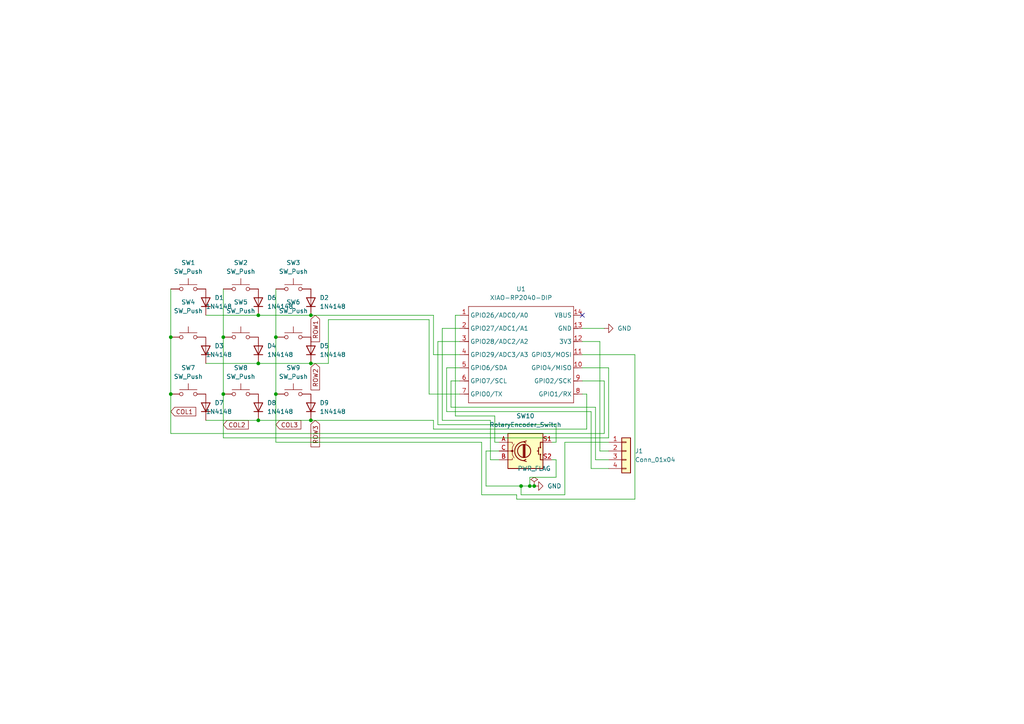
<source format=kicad_sch>
(kicad_sch (version 20250114) (generator "eeschema") (generator_version "9.0")
  (paper "A4")
  (lib_symbols
    (symbol "Connector_Generic:Conn_01x04" (pin_names (offset 1.016) (hide yes))
      (property "Reference" "J" (at 0 5.08 0))
      (property "Value" "Conn_01x04" (at 0 -7.62 0))
      (symbol "Conn_01x04_1_1"
        (rectangle (start -1.27 3.81) (end 1.27 -6.35) (stroke (width 0.254)) (fill (type background)))
        (rectangle (start -1.27 2.667) (end 0 2.413) (stroke (width 0.1524)))
        (rectangle (start -1.27 0.127) (end 0 -0.127) (stroke (width 0.1524)))
        (rectangle (start -1.27 -2.413) (end 0 -2.667) (stroke (width 0.1524)))
        (rectangle (start -1.27 -4.953) (end 0 -5.207) (stroke (width 0.1524)))
        (pin passive line (at -5.08 2.54 0) (length 3.81) (name "Pin_1") (number "1"))
        (pin passive line (at -5.08 0 0) (length 3.81) (name "Pin_2") (number "2"))
        (pin passive line (at -5.08 -2.54 0) (length 3.81) (name "Pin_3") (number "3"))
        (pin passive line (at -5.08 -5.08 0) (length 3.81) (name "Pin_4") (number "4"))
      )
    )
    (symbol "Device:RotaryEncoder_Switch" (pin_names (offset 0.254) (hide yes))
      (property "Reference" "SW" (at 0 6.604 0))
      (property "Value" "RotaryEncoder_Switch" (at 0 -6.604 0))
      (symbol "RotaryEncoder_Switch_0_1"
        (rectangle (start -5.08 5.08) (end 5.08 -5.08) (stroke (width 0.254)) (fill (type background)))
        (polyline (pts (xy -5.08 2.54) (xy -3.81 2.54) (xy -3.81 2.032)))
        (polyline (pts (xy -5.08 0) (xy -3.81 0) (xy -3.81 -1.016) (xy -3.302 -2.032)))
        (polyline (pts (xy -5.08 -2.54) (xy -3.81 -2.54) (xy -3.81 -2.032)))
        (polyline (pts (xy -4.318 0) (xy -3.81 0) (xy -3.81 1.016) (xy -3.302 2.032)))
        (circle (center -3.81 0) (radius 0.254) (fill (type outline)))
        (polyline (pts (xy -0.635 -1.778) (xy -0.635 1.778)) (stroke (width 0.254)))
        (circle (center -0.381 0) (radius 1.905) (stroke (width 0.254)))
        (polyline (pts (xy -0.381 -1.778) (xy -0.381 1.778)) (stroke (width 0.254)))
        (arc (start -0.381 -2.794) (mid -3.0988 -0.0635) (end -0.381 2.667) (stroke (width 0.254)))
        (polyline (pts (xy -0.127 1.778) (xy -0.127 -1.778)) (stroke (width 0.254)))
        (polyline (pts (xy 0.254 2.921) (xy -0.508 2.667) (xy 0.127 2.286)) (stroke (width 0.254)))
        (polyline (pts (xy 0.254 -3.048) (xy -0.508 -2.794) (xy 0.127 -2.413)) (stroke (width 0.254)))
        (polyline (pts (xy 3.81 1.016) (xy 3.81 -1.016)) (stroke (width 0.254)))
        (polyline (pts (xy 3.81 0) (xy 3.429 0)) (stroke (width 0.254)))
        (circle (center 4.318 1.016) (radius 0.127) (stroke (width 0.254)))
        (circle (center 4.318 -1.016) (radius 0.127) (stroke (width 0.254)))
        (polyline (pts (xy 5.08 2.54) (xy 4.318 2.54) (xy 4.318 1.016)) (stroke (width 0.254)))
        (polyline (pts (xy 5.08 -2.54) (xy 4.318 -2.54) (xy 4.318 -1.016)) (stroke (width 0.254)))
      )
      (symbol "RotaryEncoder_Switch_1_1"
        (pin passive line (at -7.62 2.54 0) (length 2.54) (name "A") (number "A"))
        (pin passive line (at -7.62 0 0) (length 2.54) (name "C") (number "C"))
        (pin passive line (at -7.62 -2.54 0) (length 2.54) (name "B") (number "B"))
        (pin passive line (at 7.62 2.54 180) (length 2.54) (name "S1") (number "S1"))
        (pin passive line (at 7.62 -2.54 180) (length 2.54) (name "S2") (number "S2"))
      )
    )
    (symbol "Diode:1N4148" (pin_numbers (hide yes)) (pin_names (hide yes))
      (property "Reference" "D" (at 0 2.54 0))
      (property "Value" "1N4148" (at 0 -2.54 0))
      (symbol "1N4148_0_1"
        (polyline (pts (xy -1.27 1.27) (xy -1.27 -1.27)) (stroke (width 0.254)))
        (polyline (pts (xy 1.27 1.27) (xy 1.27 -1.27) (xy -1.27 0) (xy 1.27 1.27)) (stroke (width 0.254)))
        (polyline (pts (xy 1.27 0) (xy -1.27 0)))
      )
      (symbol "1N4148_1_1"
        (pin passive line (at -3.81 0 0) (length 2.54) (name "K") (number "1"))
        (pin passive line (at 3.81 0 180) (length 2.54) (name "A") (number "2"))
      )
    )
    (symbol "Seeed_Studio_XIAO_Series:XIAO-RP2040-DIP"
      (property "Reference" "U" (at 0 0 0))
      (property "Value" "XIAO-RP2040-DIP" (at 5.334 -1.778 0))
      (symbol "XIAO-RP2040-DIP_1_0"
        (polyline (pts (xy -1.27 -2.54) (xy 29.21 -2.54)) (stroke (width 0.1524)))
        (polyline (pts (xy -1.27 -5.08) (xy -2.54 -5.08)) (stroke (width 0.1524)))
        (polyline (pts (xy -1.27 -5.08) (xy -1.27 -2.54)) (stroke (width 0.1524)))
        (polyline (pts (xy -1.27 -8.89) (xy -2.54 -8.89)) (stroke (width 0.1524)))
        (polyline (pts (xy -1.27 -8.89) (xy -1.27 -5.08)) (stroke (width 0.1524)))
        (polyline (pts (xy -1.27 -12.7) (xy -2.54 -12.7)) (stroke (width 0.1524)))
        (polyline (pts (xy -1.27 -12.7) (xy -1.27 -8.89)) (stroke (width 0.1524)))
        (polyline (pts (xy -1.27 -16.51) (xy -2.54 -16.51)) (stroke (width 0.1524)))
        (polyline (pts (xy -1.27 -16.51) (xy -1.27 -12.7)) (stroke (width 0.1524)))
        (polyline (pts (xy -1.27 -20.32) (xy -2.54 -20.32)) (stroke (width 0.1524)))
        (polyline (pts (xy -1.27 -24.13) (xy -2.54 -24.13)) (stroke (width 0.1524)))
        (polyline (pts (xy -1.27 -27.94) (xy -2.54 -27.94)) (stroke (width 0.1524)))
        (polyline (pts (xy -1.27 -30.48) (xy -1.27 -16.51)) (stroke (width 0.1524)))
        (polyline (pts (xy 29.21 -2.54) (xy 29.21 -5.08)) (stroke (width 0.1524)))
        (polyline (pts (xy 29.21 -5.08) (xy 29.21 -8.89)) (stroke (width 0.1524)))
        (polyline (pts (xy 29.21 -8.89) (xy 29.21 -12.7)) (stroke (width 0.1524)))
        (polyline (pts (xy 29.21 -12.7) (xy 29.21 -30.48)) (stroke (width 0.1524)))
        (polyline (pts (xy 29.21 -30.48) (xy -1.27 -30.48)) (stroke (width 0.1524)))
        (polyline (pts (xy 30.48 -5.08) (xy 29.21 -5.08)) (stroke (width 0.1524)))
        (polyline (pts (xy 30.48 -8.89) (xy 29.21 -8.89)) (stroke (width 0.1524)))
        (polyline (pts (xy 30.48 -12.7) (xy 29.21 -12.7)) (stroke (width 0.1524)))
        (polyline (pts (xy 30.48 -16.51) (xy 29.21 -16.51)) (stroke (width 0.1524)))
        (polyline (pts (xy 30.48 -20.32) (xy 29.21 -20.32)) (stroke (width 0.1524)))
        (polyline (pts (xy 30.48 -24.13) (xy 29.21 -24.13)) (stroke (width 0.1524)))
        (polyline (pts (xy 30.48 -27.94) (xy 29.21 -27.94)) (stroke (width 0.1524)))
        (pin passive line (at -3.81 -5.08 0) (length 2.54) (name "GPIO26/ADC0/A0") (number "1"))
        (pin passive line (at -3.81 -8.89 0) (length 2.54) (name "GPIO27/ADC1/A1") (number "2"))
        (pin passive line (at -3.81 -12.7 0) (length 2.54) (name "GPIO28/ADC2/A2") (number "3"))
        (pin passive line (at -3.81 -16.51 0) (length 2.54) (name "GPIO29/ADC3/A3") (number "4"))
        (pin passive line (at -3.81 -20.32 0) (length 2.54) (name "GPIO6/SDA") (number "5"))
        (pin passive line (at -3.81 -24.13 0) (length 2.54) (name "GPIO7/SCL") (number "6"))
        (pin passive line (at -3.81 -27.94 0) (length 2.54) (name "GPIO0/TX") (number "7"))
        (pin passive line (at 31.75 -5.08 180) (length 2.54) (name "VBUS") (number "14"))
        (pin passive line (at 31.75 -8.89 180) (length 2.54) (name "GND") (number "13"))
        (pin passive line (at 31.75 -12.7 180) (length 2.54) (name "3V3") (number "12"))
        (pin passive line (at 31.75 -16.51 180) (length 2.54) (name "GPIO3/MOSI") (number "11"))
        (pin passive line (at 31.75 -20.32 180) (length 2.54) (name "GPIO4/MISO") (number "10"))
        (pin passive line (at 31.75 -24.13 180) (length 2.54) (name "GPIO2/SCK") (number "9"))
        (pin passive line (at 31.75 -27.94 180) (length 2.54) (name "GPIO1/RX") (number "8"))
      )
    )
    (symbol "Switch:SW_Push" (pin_numbers (hide yes)) (pin_names (offset 1.016) (hide yes))
      (property "Reference" "SW" (at 1.27 2.54 0))
      (property "Value" "SW_Push" (at 0 -1.524 0))
      (symbol "SW_Push_0_1"
        (circle (center -2.032 0) (radius 0.508))
        (polyline (pts (xy 0 1.27) (xy 0 3.048)))
        (circle (center 2.032 0) (radius 0.508))
        (polyline (pts (xy 2.54 1.27) (xy -2.54 1.27)))
        (pin passive line (at -5.08 0 0) (length 2.54) (name "1") (number "1"))
        (pin passive line (at 5.08 0 180) (length 2.54) (name "2") (number "2"))
      )
    )
    (symbol "power:GND" (power) (pin_numbers (hide yes)) (pin_names (offset 0) (hide yes))
      (property "Value" "GND" (at 0 -3.81 0))
      (symbol "GND_0_1"
        (polyline (pts (xy 0 0) (xy 0 -1.27) (xy 1.27 -1.27) (xy 0 -2.54) (xy -1.27 -1.27) (xy 0 -1.27)))
      )
      (symbol "GND_1_1"
        (pin power_in line (at 0 0 270) (length 0) (name "~") (number "1"))
      )
    )
    (symbol "power:PWR_FLAG" (power) (pin_numbers (hide yes)) (pin_names (offset 0) (hide yes))
      (property "Value" "PWR_FLAG" (at 0 3.81 0))
      (symbol "PWR_FLAG_0_0"
        (pin power_out line (at 0 0 90) (length 0) (name "~") (number "1"))
      )
      (symbol "PWR_FLAG_0_1"
        (polyline (pts (xy 0 0) (xy 0 1.27) (xy -1.016 1.905) (xy 0 2.54) (xy 1.016 1.905) (xy 0 1.27)))
      )
    )
  )
  (junction (at 49.53 114.3))
  (junction (at 80.01 97.79))
  (junction (at 154.94 140.97))
  (junction (at 64.77 97.79))
  (junction (at 64.77 114.3))
  (junction (at 74.93 121.92))
  (junction (at 49.53 97.79))
  (junction (at 74.93 105.41))
  (junction (at 90.17 121.92))
  (junction (at 90.17 105.41))
  (junction (at 151.13 140.97))
  (junction (at 90.17 91.44))
  (junction (at 153.67 140.97))
  (junction (at 74.93 91.44))
  (junction (at 80.01 114.3))
  (no_connect (at 168.91 91.44))
  (wire (pts (xy 128.27 121.92) (xy 128.27 95.25)))
  (wire (pts (xy 170.18 114.3) (xy 168.91 114.3)))
  (wire (pts (xy 90.17 91.44) (xy 125.73 91.44)))
  (wire (pts (xy 151.13 143.51) (xy 151.13 140.97)))
  (wire (pts (xy 74.93 105.41) (xy 90.17 105.41)))
  (wire (pts (xy 140.97 130.81) (xy 144.78 130.81)))
  (wire (pts (xy 125.73 91.44) (xy 125.73 102.87)))
  (wire (pts (xy 173.99 99.06) (xy 173.99 130.81)))
  (wire (pts (xy 139.7 143.51) (xy 149.86 143.51)))
  (wire (pts (xy 90.17 121.92) (xy 125.73 121.92)))
  (wire (pts (xy 139.7 128.27) (xy 139.7 143.51)))
  (wire (pts (xy 171.45 135.89) (xy 171.45 119.38)))
  (wire (pts (xy 74.93 121.92) (xy 90.17 121.92)))
  (wire (pts (xy 95.25 105.41) (xy 95.25 92.71)))
  (wire (pts (xy 125.73 124.46) (xy 170.18 124.46)))
  (wire (pts (xy 127 99.06) (xy 133.35 99.06)))
  (wire (pts (xy 129.54 106.68) (xy 133.35 106.68)))
  (wire (pts (xy 168.91 95.25) (xy 175.26 95.25)))
  (wire (pts (xy 144.78 133.35) (xy 142.24 133.35)))
  (wire (pts (xy 184.15 144.78) (xy 184.15 102.87)))
  (wire (pts (xy 153.67 138.43) (xy 153.67 140.97)))
  (wire (pts (xy 161.29 123.19) (xy 127 123.19)))
  (wire (pts (xy 176.53 106.68) (xy 168.91 106.68)))
  (wire (pts (xy 80.01 114.3) (xy 80.01 128.27)))
  (wire (pts (xy 161.29 138.43) (xy 153.67 138.43)))
  (wire (pts (xy 184.15 102.87) (xy 168.91 102.87)))
  (wire (pts (xy 124.46 92.71) (xy 124.46 114.3)))
  (wire (pts (xy 161.29 128.27) (xy 161.29 123.19)))
  (wire (pts (xy 132.08 91.44) (xy 132.08 120.65)))
  (wire (pts (xy 125.73 102.87) (xy 133.35 102.87)))
  (wire (pts (xy 95.25 92.71) (xy 124.46 92.71)))
  (wire (pts (xy 74.93 91.44) (xy 90.17 91.44)))
  (wire (pts (xy 49.53 125.73) (xy 175.26 125.73)))
  (wire (pts (xy 168.91 110.49) (xy 175.26 110.49)))
  (wire (pts (xy 143.51 120.65) (xy 143.51 128.27)))
  (wire (pts (xy 149.86 144.78) (xy 184.15 144.78)))
  (wire (pts (xy 168.91 99.06) (xy 173.99 99.06)))
  (wire (pts (xy 149.86 143.51) (xy 149.86 144.78)))
  (wire (pts (xy 130.81 118.11) (xy 130.81 110.49)))
  (wire (pts (xy 160.02 133.35) (xy 161.29 133.35)))
  (wire (pts (xy 129.54 119.38) (xy 129.54 106.68)))
  (wire (pts (xy 160.02 128.27) (xy 161.29 128.27)))
  (wire (pts (xy 161.29 133.35) (xy 161.29 138.43)))
  (wire (pts (xy 124.46 114.3) (xy 133.35 114.3)))
  (wire (pts (xy 80.01 128.27) (xy 139.7 128.27)))
  (wire (pts (xy 49.53 83.82) (xy 49.53 97.79)))
  (wire (pts (xy 172.72 118.11) (xy 130.81 118.11)))
  (wire (pts (xy 130.81 110.49) (xy 133.35 110.49)))
  (wire (pts (xy 176.53 133.35) (xy 172.72 133.35)))
  (wire (pts (xy 173.99 130.81) (xy 176.53 130.81)))
  (wire (pts (xy 59.69 121.92) (xy 74.93 121.92)))
  (wire (pts (xy 176.53 135.89) (xy 171.45 135.89)))
  (wire (pts (xy 90.17 105.41) (xy 95.25 105.41)))
  (wire (pts (xy 163.83 128.27) (xy 163.83 143.51)))
  (wire (pts (xy 171.45 119.38) (xy 129.54 119.38)))
  (wire (pts (xy 128.27 95.25) (xy 133.35 95.25)))
  (wire (pts (xy 132.08 120.65) (xy 143.51 120.65)))
  (wire (pts (xy 127 123.19) (xy 127 99.06)))
  (wire (pts (xy 170.18 124.46) (xy 170.18 114.3)))
  (wire (pts (xy 133.35 91.44) (xy 132.08 91.44)))
  (wire (pts (xy 151.13 140.97) (xy 140.97 140.97)))
  (wire (pts (xy 49.53 114.3) (xy 49.53 125.73)))
  (wire (pts (xy 125.73 121.92) (xy 125.73 124.46)))
  (wire (pts (xy 64.77 83.82) (xy 64.77 97.79)))
  (wire (pts (xy 153.67 140.97) (xy 151.13 140.97)))
  (wire (pts (xy 154.94 140.97) (xy 153.67 140.97)))
  (wire (pts (xy 175.26 125.73) (xy 175.26 110.49)))
  (wire (pts (xy 176.53 128.27) (xy 163.83 128.27)))
  (wire (pts (xy 80.01 97.79) (xy 80.01 114.3)))
  (wire (pts (xy 64.77 114.3) (xy 64.77 127)))
  (wire (pts (xy 49.53 97.79) (xy 49.53 114.3)))
  (wire (pts (xy 163.83 143.51) (xy 151.13 143.51)))
  (wire (pts (xy 140.97 140.97) (xy 140.97 130.81)))
  (wire (pts (xy 64.77 97.79) (xy 64.77 114.3)))
  (wire (pts (xy 59.69 105.41) (xy 74.93 105.41)))
  (wire (pts (xy 64.77 127) (xy 176.53 127)))
  (wire (pts (xy 142.24 121.92) (xy 128.27 121.92)))
  (wire (pts (xy 172.72 133.35) (xy 172.72 118.11)))
  (wire (pts (xy 80.01 83.82) (xy 80.01 97.79)))
  (wire (pts (xy 142.24 133.35) (xy 142.24 121.92)))
  (wire (pts (xy 144.78 128.27) (xy 143.51 128.27)))
  (wire (pts (xy 59.69 91.44) (xy 74.93 91.44)))
  (wire (pts (xy 176.53 127) (xy 176.53 106.68)))
  (global_label "COL1" (shape input) (at 49.53 119.38 0) (property "Intersheetrefs" "${INTERSHEET_REFS}" (effects (hide yes))))
  (global_label "COL3" (shape input) (at 80.01 123.19 0) (property "Intersheetrefs" "${INTERSHEET_REFS}" (effects (hide yes))))
  (global_label "COL2" (shape input) (at 64.77 123.19 0) (property "Intersheetrefs" "${INTERSHEET_REFS}" (effects (hide yes))))
  (global_label "ROW3" (shape input) (at 91.44 121.92 270) (property "Intersheetrefs" "${INTERSHEET_REFS}" (effects (hide yes))))
  (global_label "ROW2" (shape input) (at 91.44 105.41 270) (property "Intersheetrefs" "${INTERSHEET_REFS}" (effects (hide yes))))
  (global_label "ROW1" (shape input) (at 91.44 91.44 270) (property "Intersheetrefs" "${INTERSHEET_REFS}" (effects (hide yes))))
  (symbol (lib_id "Connector_Generic:Conn_01x04") (at 181.61 130.81 0) (unit 1)
    (property "Reference" "J1" (at 184.15 130.8099 0) (effects (justify left)))
    (property "Value" "Conn_01x04" (at 184.15 133.3499 0) (effects (justify left)))
    (property "Footprint" "Connector_PinSocket_2.54mm:PinSocket_1x04_P2.54mm_Vertical" (effects (hide yes)))
    (property "Description" "Generic connector, single row, 01x04, script generated (kicad-library-utils/schlib/autogen/connector/)" (effects (hide yes)))
  )
  (symbol (lib_id "Diode:1N4148") (at 59.69 87.63 90) (unit 1)
    (property "Reference" "D1" (at 62.23 86.3599 90) (effects (justify right)))
    (property "Value" "1N4148" (at 59.69 88.8999 90) (effects (justify right)))
    (property "Footprint" "Diode_THT:D_DO-35_SOD27_P7.62mm_Horizontal" (effects (hide yes)))
    (property "Datasheet" "https://assets.nexperia.com/documents/data-sheet/1N4148_1N4448.pdf" (effects (hide yes)))
    (property "Description" "100V 0.15A standard switching diode, DO-35" (effects (hide yes)))
    (property "Sim.Device" "D" (effects (hide yes)))
    (property "Sim.Pins" "1=K 2=A" (effects (hide yes)))
  )
  (symbol (lib_id "Seeed_Studio_XIAO_Series:XIAO-RP2040-DIP") (at 137.16 86.36 0) (unit 1)
    (property "Reference" "U1" (at 151.13 83.82 0))
    (property "Value" "XIAO-RP2040-DIP" (at 151.13 86.36 0))
    (property "Footprint" "Seeed Studio XIAO Series Library:XIAO-RP2040-DIP" (effects (hide yes)))
  )
  (symbol (lib_id "Diode:1N4148") (at 74.93 118.11 90) (unit 1)
    (property "Reference" "D8" (at 77.47 116.8399 90) (effects (justify right)))
    (property "Value" "1N4148" (at 77.47 119.3799 90) (effects (justify right)))
    (property "Footprint" "Diode_THT:D_DO-35_SOD27_P7.62mm_Horizontal" (effects (hide yes)))
    (property "Datasheet" "https://assets.nexperia.com/documents/data-sheet/1N4148_1N4448.pdf" (effects (hide yes)))
    (property "Description" "100V 0.15A standard switching diode, DO-35" (effects (hide yes)))
    (property "Sim.Device" "D" (effects (hide yes)))
    (property "Sim.Pins" "1=K 2=A" (effects (hide yes)))
  )
  (symbol (lib_id "power:GND") (at 154.94 140.97 90) (unit 1)
    (property "Reference" "#PWR01" (effects (hide yes)))
    (property "Value" "GND" (at 158.75 140.9699 90) (effects (justify right)))
    (property "Description" "Power symbol creates a global label with name \"GND\" , ground" (effects (hide yes)))
  )
  (symbol (lib_id "Diode:1N4148") (at 74.93 101.6 90) (unit 1)
    (property "Reference" "D4" (at 77.47 100.3299 90) (effects (justify right)))
    (property "Value" "1N4148" (at 77.47 102.8699 90) (effects (justify right)))
    (property "Footprint" "Diode_THT:D_DO-35_SOD27_P7.62mm_Horizontal" (effects (hide yes)))
    (property "Datasheet" "https://assets.nexperia.com/documents/data-sheet/1N4148_1N4448.pdf" (effects (hide yes)))
    (property "Description" "100V 0.15A standard switching diode, DO-35" (effects (hide yes)))
    (property "Sim.Device" "D" (effects (hide yes)))
    (property "Sim.Pins" "1=K 2=A" (effects (hide yes)))
  )
  (symbol (lib_id "Switch:SW_Push") (at 85.09 83.82 0) (unit 1)
    (property "Reference" "SW3" (at 85.09 76.2 0))
    (property "Value" "SW_Push" (at 85.09 78.74 0))
    (property "Footprint" "Button_Switch_Keyboard:SW_Cherry_MX_1.00u_PCB" (effects (hide yes)))
    (property "Description" "Push button switch, generic, two pins" (effects (hide yes)))
  )
  (symbol (lib_id "Switch:SW_Push") (at 69.85 97.79 0) (unit 1)
    (property "Reference" "SW5" (at 69.85 87.63 0))
    (property "Value" "SW_Push" (at 69.85 90.17 0))
    (property "Footprint" "Button_Switch_Keyboard:SW_Cherry_MX_1.00u_PCB" (effects (hide yes)))
    (property "Description" "Push button switch, generic, two pins" (effects (hide yes)))
  )
  (symbol (lib_id "Switch:SW_Push") (at 54.61 97.79 0) (unit 1)
    (property "Reference" "SW4" (at 54.61 87.63 0))
    (property "Value" "SW_Push" (at 54.61 90.17 0))
    (property "Footprint" "Button_Switch_Keyboard:SW_Cherry_MX_1.00u_PCB" (effects (hide yes)))
    (property "Description" "Push button switch, generic, two pins" (effects (hide yes)))
  )
  (symbol (lib_id "Diode:1N4148") (at 59.69 118.11 90) (unit 1)
    (property "Reference" "D7" (at 62.23 116.8399 90) (effects (justify right)))
    (property "Value" "1N4148" (at 59.69 119.3799 90) (effects (justify right)))
    (property "Footprint" "Diode_THT:D_DO-35_SOD27_P7.62mm_Horizontal" (effects (hide yes)))
    (property "Datasheet" "https://assets.nexperia.com/documents/data-sheet/1N4148_1N4448.pdf" (effects (hide yes)))
    (property "Description" "100V 0.15A standard switching diode, DO-35" (effects (hide yes)))
    (property "Sim.Device" "D" (effects (hide yes)))
    (property "Sim.Pins" "1=K 2=A" (effects (hide yes)))
  )
  (symbol (lib_id "power:GND") (at 175.26 95.25 90) (unit 1)
    (property "Reference" "#PWR02" (effects (hide yes)))
    (property "Value" "GND" (at 179.07 95.2499 90) (effects (justify right)))
    (property "Description" "Power symbol creates a global label with name \"GND\" , ground" (effects (hide yes)))
  )
  (symbol (lib_id "Switch:SW_Push") (at 69.85 83.82 0) (unit 1)
    (property "Reference" "SW2" (at 69.85 76.2 0))
    (property "Value" "SW_Push" (at 69.85 78.74 0))
    (property "Footprint" "Button_Switch_Keyboard:SW_Cherry_MX_1.00u_PCB" (effects (hide yes)))
    (property "Description" "Push button switch, generic, two pins" (effects (hide yes)))
  )
  (symbol (lib_id "Device:RotaryEncoder_Switch") (at 152.4 130.81 0) (unit 1)
    (property "Reference" "SW10" (at 152.4 120.65 0))
    (property "Value" "RotaryEncoder_Switch" (at 152.4 123.19 0))
    (property "Footprint" "Rotary_Encoder:RotaryEncoder_Alps_EC11E-Switch_Vertical_H20mm" (effects (hide yes)))
    (property "Description" "Rotary encoder, dual channel, incremental quadrate outputs, with switch" (effects (hide yes)))
  )
  (symbol (lib_id "Diode:1N4148") (at 59.69 101.6 90) (unit 1)
    (property "Reference" "D3" (at 62.23 100.3299 90) (effects (justify right)))
    (property "Value" "1N4148" (at 59.69 102.8699 90) (effects (justify right)))
    (property "Footprint" "Diode_THT:D_DO-35_SOD27_P7.62mm_Horizontal" (effects (hide yes)))
    (property "Datasheet" "https://assets.nexperia.com/documents/data-sheet/1N4148_1N4448.pdf" (effects (hide yes)))
    (property "Description" "100V 0.15A standard switching diode, DO-35" (effects (hide yes)))
    (property "Sim.Device" "D" (effects (hide yes)))
    (property "Sim.Pins" "1=K 2=A" (effects (hide yes)))
  )
  (symbol (lib_id "Diode:1N4148") (at 74.93 87.63 90) (unit 1)
    (property "Reference" "D6" (at 77.47 86.3599 90) (effects (justify right)))
    (property "Value" "1N4148" (at 77.47 88.8999 90) (effects (justify right)))
    (property "Footprint" "Diode_THT:D_DO-35_SOD27_P7.62mm_Horizontal" (effects (hide yes)))
    (property "Datasheet" "https://assets.nexperia.com/documents/data-sheet/1N4148_1N4448.pdf" (effects (hide yes)))
    (property "Description" "100V 0.15A standard switching diode, DO-35" (effects (hide yes)))
    (property "Sim.Device" "D" (effects (hide yes)))
    (property "Sim.Pins" "1=K 2=A" (effects (hide yes)))
  )
  (symbol (lib_id "Switch:SW_Push") (at 85.09 97.79 0) (unit 1)
    (property "Reference" "SW6" (at 85.09 87.63 0))
    (property "Value" "SW_Push" (at 85.09 90.17 0))
    (property "Footprint" "Button_Switch_Keyboard:SW_Cherry_MX_1.00u_PCB" (effects (hide yes)))
    (property "Description" "Push button switch, generic, two pins" (effects (hide yes)))
  )
  (symbol (lib_id "Diode:1N4148") (at 90.17 118.11 90) (unit 1)
    (property "Reference" "D9" (at 92.71 116.8399 90) (effects (justify right)))
    (property "Value" "1N4148" (at 92.71 119.3799 90) (effects (justify right)))
    (property "Footprint" "Diode_THT:D_DO-35_SOD27_P7.62mm_Horizontal" (effects (hide yes)))
    (property "Datasheet" "https://assets.nexperia.com/documents/data-sheet/1N4148_1N4448.pdf" (effects (hide yes)))
    (property "Description" "100V 0.15A standard switching diode, DO-35" (effects (hide yes)))
    (property "Sim.Device" "D" (effects (hide yes)))
    (property "Sim.Pins" "1=K 2=A" (effects (hide yes)))
  )
  (symbol (lib_id "Switch:SW_Push") (at 54.61 114.3 0) (unit 1)
    (property "Reference" "SW7" (at 54.61 106.68 0))
    (property "Value" "SW_Push" (at 54.61 109.22 0))
    (property "Footprint" "Button_Switch_Keyboard:SW_Cherry_MX_1.00u_PCB" (effects (hide yes)))
    (property "Description" "Push button switch, generic, two pins" (effects (hide yes)))
  )
  (symbol (lib_id "Switch:SW_Push") (at 85.09 114.3 0) (unit 1)
    (property "Reference" "SW9" (at 85.09 106.68 0))
    (property "Value" "SW_Push" (at 85.09 109.22 0))
    (property "Footprint" "Button_Switch_Keyboard:SW_Cherry_MX_1.00u_PCB" (effects (hide yes)))
    (property "Description" "Push button switch, generic, two pins" (effects (hide yes)))
  )
  (symbol (lib_id "Diode:1N4148") (at 90.17 87.63 90) (unit 1)
    (property "Reference" "D2" (at 92.71 86.3599 90) (effects (justify right)))
    (property "Value" "1N4148" (at 92.71 88.8999 90) (effects (justify right)))
    (property "Footprint" "Diode_THT:D_DO-35_SOD27_P7.62mm_Horizontal" (effects (hide yes)))
    (property "Datasheet" "https://assets.nexperia.com/documents/data-sheet/1N4148_1N4448.pdf" (effects (hide yes)))
    (property "Description" "100V 0.15A standard switching diode, DO-35" (effects (hide yes)))
    (property "Sim.Device" "D" (effects (hide yes)))
    (property "Sim.Pins" "1=K 2=A" (effects (hide yes)))
  )
  (symbol (lib_id "Switch:SW_Push") (at 69.85 114.3 0) (unit 1)
    (property "Reference" "SW8" (at 69.85 106.68 0))
    (property "Value" "SW_Push" (at 69.85 109.22 0))
    (property "Footprint" "Button_Switch_Keyboard:SW_Cherry_MX_1.00u_PCB" (effects (hide yes)))
    (property "Description" "Push button switch, generic, two pins" (effects (hide yes)))
  )
  (symbol (lib_id "Switch:SW_Push") (at 54.61 83.82 0) (unit 1)
    (property "Reference" "SW1" (at 54.61 76.2 0))
    (property "Value" "SW_Push" (at 54.61 78.74 0))
    (property "Footprint" "Button_Switch_Keyboard:SW_Cherry_MX_1.00u_PCB" (effects (hide yes)))
    (property "Description" "Push button switch, generic, two pins" (effects (hide yes)))
  )
  (symbol (lib_id "Diode:1N4148") (at 90.17 101.6 90) (unit 1)
    (property "Reference" "D5" (at 92.71 100.3299 90) (effects (justify right)))
    (property "Value" "1N4148" (at 92.71 102.8699 90) (effects (justify right)))
    (property "Footprint" "Diode_THT:D_DO-35_SOD27_P7.62mm_Horizontal" (effects (hide yes)))
    (property "Datasheet" "https://assets.nexperia.com/documents/data-sheet/1N4148_1N4448.pdf" (effects (hide yes)))
    (property "Description" "100V 0.15A standard switching diode, DO-35" (effects (hide yes)))
    (property "Sim.Device" "D" (effects (hide yes)))
    (property "Sim.Pins" "1=K 2=A" (effects (hide yes)))
  )
  (symbol (lib_id "power:PWR_FLAG") (at 154.94 140.97 0) (unit 1)
    (property "Reference" "#FLG01" (effects (hide yes)))
    (property "Value" "PWR_FLAG" (at 154.94 135.89 0))
    (property "Description" "Special symbol for telling ERC where power comes from" (effects (hide yes)))
  )
)
</source>
